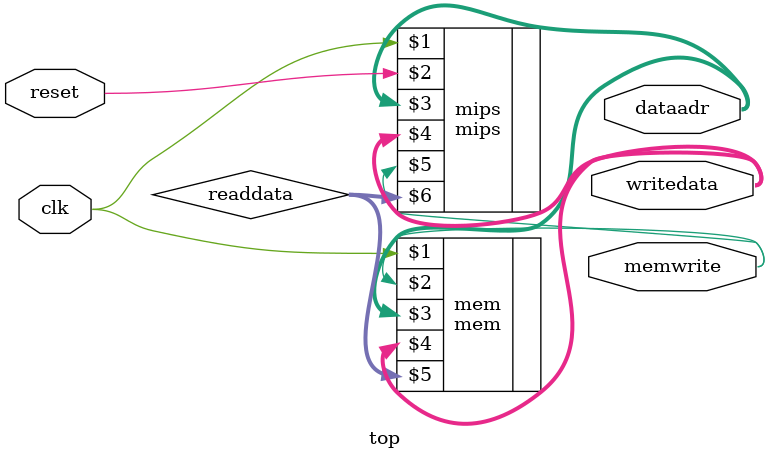
<source format=sv>
`timescale 1ns / 1ps

module top(input logic clk,reset,
           output logic [31:0] writedata,dataadr,
           output logic memwrite);
           
    logic [31:0] readdata;
    
    mips mips(clk,reset,dataadr,writedata,memwrite,readdata);
    mem  mem(clk,memwrite,dataadr,writedata,readdata);        
    
endmodule

//module top(input  logic CLK100MHZ, BTNC, //reset
//           input  logic BTNL, BTNR,
//           input  logic [15:0] SW,
//           output logic [7:0]  AN,
//           output logic [6:0] A2G     
//    );
//    logic[31:0] pc, readData;
//    logic IOclock;
//    assign IOclock = ~CLK100MHZ;
//    logic Write;
//    logic [31:0] dataAdr,writeData;
    
//    mips mips(CLK100MHZ, BTNC, dataAdr, writeData,Write ,readData);
//    DataMemoryDecoder demeDecoder(CLK100MHZ, Write, dataAdr, writeData, readData, 
//                        IOclock, BTNC, BTNL, BTNR, SW, AN, A2G);

//endmodule








</source>
